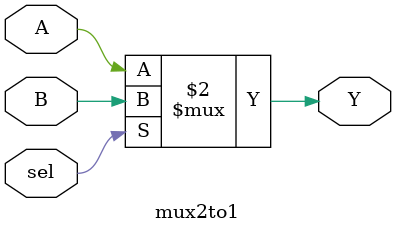
<source format=sv>
`timescale 1ns / 1ps

module mux2to1( //Ports declaration inside the brackets.
    input logic A,
    input logic B,
    input logic sel,
    output Y
    );  //  Don't forget semi-colon
    
    assign Y = (sel == 1'b0)? A : B;
    // Means that if sel == 0, Y = A, if sel == 1, Y = B
    // 1'b0 means 1 bit with binary value of 0
    // 2'b10 would mean 2 bit with binary value of 10
    // 3'o3 would mean 3 bit with octal value of 3
    // 8'd9 would mean 8 bit with decimal value of 9
    // 4'hF would mean 4 bit with hexadecimal value of F. Same as 4'b1111
    
endmodule
</source>
